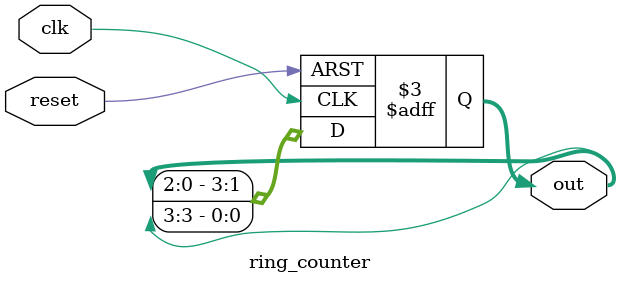
<source format=v>
module ring_counter (
    input wire clk,  // Clock input
    input wire reset, // Reset input
    output reg [3:0] out // Output bits
);

// Initialize the output
initial begin
    out <= 4'b0001;
end

// Sequential logic to shift the bits
always @(posedge clk or posedge reset) begin
    if (reset) begin
        out <= 4'b0001; // Reset to initial state
    end else begin
        // Shift the bits
        out <= {out[2:0], out[3]};
    end
end

endmodule

</source>
